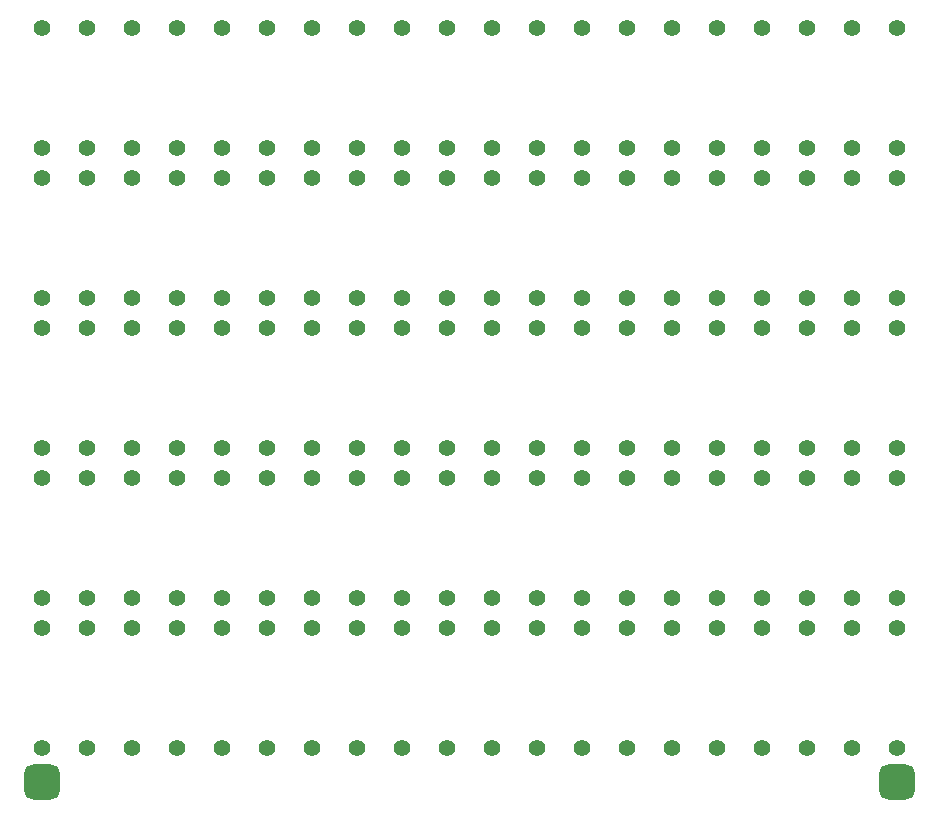
<source format=gbl>
%FSLAX25Y25*%
%MOIN*%
G70*
G01*
G75*
G04 Layer_Physical_Order=2*
G04 Layer_Color=16711680*
%ADD10C,0.05500*%
G04:AMPARAMS|DCode=11|XSize=118.11mil|YSize=118.11mil|CornerRadius=29.53mil|HoleSize=0mil|Usage=FLASHONLY|Rotation=270.000|XOffset=0mil|YOffset=0mil|HoleType=Round|Shape=RoundedRectangle|*
%AMROUNDEDRECTD11*
21,1,0.11811,0.05906,0,0,270.0*
21,1,0.05906,0.11811,0,0,270.0*
1,1,0.05906,-0.02953,-0.02953*
1,1,0.05906,-0.02953,0.02953*
1,1,0.05906,0.02953,0.02953*
1,1,0.05906,0.02953,-0.02953*
%
%ADD11ROUNDEDRECTD11*%
%ADD12C,0.05512*%
D11*
X14685Y11937D02*
D03*
X299685D02*
D03*
D12*
X254685Y23307D02*
D03*
Y63307D02*
D03*
Y73307D02*
D03*
Y113307D02*
D03*
Y123307D02*
D03*
Y163307D02*
D03*
Y173307D02*
D03*
Y213307D02*
D03*
Y223307D02*
D03*
Y263307D02*
D03*
X269685D02*
D03*
Y223307D02*
D03*
Y213307D02*
D03*
Y173307D02*
D03*
Y163307D02*
D03*
Y123307D02*
D03*
Y113307D02*
D03*
Y73307D02*
D03*
Y63307D02*
D03*
Y23307D02*
D03*
X284685D02*
D03*
Y63307D02*
D03*
Y73307D02*
D03*
Y113307D02*
D03*
Y123307D02*
D03*
Y163307D02*
D03*
Y173307D02*
D03*
Y213307D02*
D03*
Y223307D02*
D03*
Y263307D02*
D03*
X299685D02*
D03*
Y223307D02*
D03*
Y213307D02*
D03*
Y173307D02*
D03*
Y163307D02*
D03*
Y123307D02*
D03*
Y113307D02*
D03*
Y73307D02*
D03*
Y63307D02*
D03*
Y23307D02*
D03*
X194685D02*
D03*
Y63307D02*
D03*
Y73307D02*
D03*
Y113307D02*
D03*
Y123307D02*
D03*
Y163307D02*
D03*
Y173307D02*
D03*
Y213307D02*
D03*
Y223307D02*
D03*
Y263307D02*
D03*
X209685D02*
D03*
Y223307D02*
D03*
Y213307D02*
D03*
Y173307D02*
D03*
Y163307D02*
D03*
Y123307D02*
D03*
Y113307D02*
D03*
Y73307D02*
D03*
Y63307D02*
D03*
Y23307D02*
D03*
X224685D02*
D03*
Y63307D02*
D03*
Y73307D02*
D03*
Y113307D02*
D03*
Y123307D02*
D03*
Y163307D02*
D03*
Y173307D02*
D03*
Y213307D02*
D03*
Y223307D02*
D03*
Y263307D02*
D03*
X239685D02*
D03*
Y223307D02*
D03*
Y213307D02*
D03*
Y173307D02*
D03*
Y163307D02*
D03*
Y123307D02*
D03*
Y113307D02*
D03*
Y73307D02*
D03*
Y63307D02*
D03*
Y23307D02*
D03*
X134685D02*
D03*
Y63307D02*
D03*
Y73307D02*
D03*
Y113307D02*
D03*
Y123307D02*
D03*
Y163307D02*
D03*
Y173307D02*
D03*
Y213307D02*
D03*
Y223307D02*
D03*
Y263307D02*
D03*
X149685D02*
D03*
Y223307D02*
D03*
Y213307D02*
D03*
Y173307D02*
D03*
Y163307D02*
D03*
Y123307D02*
D03*
Y113307D02*
D03*
Y73307D02*
D03*
Y63307D02*
D03*
Y23307D02*
D03*
X164685D02*
D03*
Y63307D02*
D03*
Y73307D02*
D03*
Y113307D02*
D03*
Y123307D02*
D03*
Y163307D02*
D03*
Y173307D02*
D03*
Y213307D02*
D03*
Y223307D02*
D03*
Y263307D02*
D03*
X179685D02*
D03*
Y223307D02*
D03*
Y213307D02*
D03*
Y173307D02*
D03*
Y163307D02*
D03*
Y123307D02*
D03*
Y113307D02*
D03*
Y73307D02*
D03*
Y63307D02*
D03*
Y23307D02*
D03*
X74685D02*
D03*
Y63307D02*
D03*
Y73307D02*
D03*
Y113307D02*
D03*
Y123307D02*
D03*
Y163307D02*
D03*
Y173307D02*
D03*
Y213307D02*
D03*
Y223307D02*
D03*
Y263307D02*
D03*
X89685D02*
D03*
Y223307D02*
D03*
Y213307D02*
D03*
Y173307D02*
D03*
Y163307D02*
D03*
Y123307D02*
D03*
Y113307D02*
D03*
Y73307D02*
D03*
Y63307D02*
D03*
Y23307D02*
D03*
X104685D02*
D03*
Y63307D02*
D03*
Y73307D02*
D03*
Y113307D02*
D03*
Y123307D02*
D03*
Y163307D02*
D03*
Y173307D02*
D03*
Y213307D02*
D03*
Y223307D02*
D03*
Y263307D02*
D03*
X119685D02*
D03*
Y223307D02*
D03*
Y213307D02*
D03*
Y173307D02*
D03*
Y163307D02*
D03*
Y123307D02*
D03*
Y113307D02*
D03*
Y73307D02*
D03*
Y63307D02*
D03*
Y23307D02*
D03*
X14685D02*
D03*
Y63307D02*
D03*
Y73307D02*
D03*
Y113307D02*
D03*
Y123307D02*
D03*
Y163307D02*
D03*
Y173307D02*
D03*
Y213307D02*
D03*
Y223307D02*
D03*
Y263307D02*
D03*
X29685D02*
D03*
Y223307D02*
D03*
Y213307D02*
D03*
Y173307D02*
D03*
Y163307D02*
D03*
Y123307D02*
D03*
Y113307D02*
D03*
Y73307D02*
D03*
Y63307D02*
D03*
Y23307D02*
D03*
X44685D02*
D03*
Y63307D02*
D03*
Y73307D02*
D03*
Y113307D02*
D03*
Y123307D02*
D03*
Y163307D02*
D03*
Y173307D02*
D03*
Y213307D02*
D03*
Y223307D02*
D03*
Y263307D02*
D03*
X59685D02*
D03*
Y223307D02*
D03*
Y213307D02*
D03*
Y173307D02*
D03*
Y163307D02*
D03*
Y123307D02*
D03*
Y113307D02*
D03*
Y73307D02*
D03*
Y63307D02*
D03*
Y23307D02*
D03*
M02*

</source>
